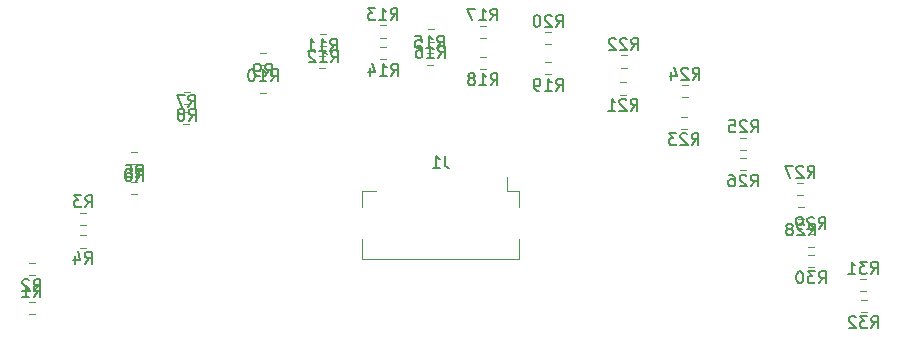
<source format=gbr>
%TF.GenerationSoftware,KiCad,Pcbnew,7.0.10*%
%TF.CreationDate,2024-03-21T08:15:52-03:00*%
%TF.ProjectId,linefollower,6c696e65-666f-46c6-9c6f-7765722e6b69,rev?*%
%TF.SameCoordinates,Original*%
%TF.FileFunction,Legend,Bot*%
%TF.FilePolarity,Positive*%
%FSLAX46Y46*%
G04 Gerber Fmt 4.6, Leading zero omitted, Abs format (unit mm)*
G04 Created by KiCad (PCBNEW 7.0.10) date 2024-03-21 08:15:52*
%MOMM*%
%LPD*%
G01*
G04 APERTURE LIST*
%ADD10C,0.150000*%
%ADD11C,0.120000*%
G04 APERTURE END LIST*
D10*
X150333333Y-107754819D02*
X150333333Y-108469104D01*
X150333333Y-108469104D02*
X150380952Y-108611961D01*
X150380952Y-108611961D02*
X150476190Y-108707200D01*
X150476190Y-108707200D02*
X150619047Y-108754819D01*
X150619047Y-108754819D02*
X150714285Y-108754819D01*
X149333333Y-108754819D02*
X149904761Y-108754819D01*
X149619047Y-108754819D02*
X149619047Y-107754819D01*
X149619047Y-107754819D02*
X149714285Y-107897676D01*
X149714285Y-107897676D02*
X149809523Y-107992914D01*
X149809523Y-107992914D02*
X149904761Y-108040533D01*
X124217624Y-109834819D02*
X124550957Y-109358628D01*
X124789052Y-109834819D02*
X124789052Y-108834819D01*
X124789052Y-108834819D02*
X124408100Y-108834819D01*
X124408100Y-108834819D02*
X124312862Y-108882438D01*
X124312862Y-108882438D02*
X124265243Y-108930057D01*
X124265243Y-108930057D02*
X124217624Y-109025295D01*
X124217624Y-109025295D02*
X124217624Y-109168152D01*
X124217624Y-109168152D02*
X124265243Y-109263390D01*
X124265243Y-109263390D02*
X124312862Y-109311009D01*
X124312862Y-109311009D02*
X124408100Y-109358628D01*
X124408100Y-109358628D02*
X124789052Y-109358628D01*
X123360481Y-108834819D02*
X123550957Y-108834819D01*
X123550957Y-108834819D02*
X123646195Y-108882438D01*
X123646195Y-108882438D02*
X123693814Y-108930057D01*
X123693814Y-108930057D02*
X123789052Y-109072914D01*
X123789052Y-109072914D02*
X123836671Y-109263390D01*
X123836671Y-109263390D02*
X123836671Y-109644342D01*
X123836671Y-109644342D02*
X123789052Y-109739580D01*
X123789052Y-109739580D02*
X123741433Y-109787200D01*
X123741433Y-109787200D02*
X123646195Y-109834819D01*
X123646195Y-109834819D02*
X123455719Y-109834819D01*
X123455719Y-109834819D02*
X123360481Y-109787200D01*
X123360481Y-109787200D02*
X123312862Y-109739580D01*
X123312862Y-109739580D02*
X123265243Y-109644342D01*
X123265243Y-109644342D02*
X123265243Y-109406247D01*
X123265243Y-109406247D02*
X123312862Y-109311009D01*
X123312862Y-109311009D02*
X123360481Y-109263390D01*
X123360481Y-109263390D02*
X123455719Y-109215771D01*
X123455719Y-109215771D02*
X123646195Y-109215771D01*
X123646195Y-109215771D02*
X123741433Y-109263390D01*
X123741433Y-109263390D02*
X123789052Y-109311009D01*
X123789052Y-109311009D02*
X123836671Y-109406247D01*
X115515317Y-119199062D02*
X115848650Y-118722871D01*
X116086745Y-119199062D02*
X116086745Y-118199062D01*
X116086745Y-118199062D02*
X115705793Y-118199062D01*
X115705793Y-118199062D02*
X115610555Y-118246681D01*
X115610555Y-118246681D02*
X115562936Y-118294300D01*
X115562936Y-118294300D02*
X115515317Y-118389538D01*
X115515317Y-118389538D02*
X115515317Y-118532395D01*
X115515317Y-118532395D02*
X115562936Y-118627633D01*
X115562936Y-118627633D02*
X115610555Y-118675252D01*
X115610555Y-118675252D02*
X115705793Y-118722871D01*
X115705793Y-118722871D02*
X116086745Y-118722871D01*
X115134364Y-118294300D02*
X115086745Y-118246681D01*
X115086745Y-118246681D02*
X114991507Y-118199062D01*
X114991507Y-118199062D02*
X114753412Y-118199062D01*
X114753412Y-118199062D02*
X114658174Y-118246681D01*
X114658174Y-118246681D02*
X114610555Y-118294300D01*
X114610555Y-118294300D02*
X114562936Y-118389538D01*
X114562936Y-118389538D02*
X114562936Y-118484776D01*
X114562936Y-118484776D02*
X114610555Y-118627633D01*
X114610555Y-118627633D02*
X115181983Y-119199062D01*
X115181983Y-119199062D02*
X114562936Y-119199062D01*
X135121663Y-100948827D02*
X135454996Y-100472636D01*
X135693091Y-100948827D02*
X135693091Y-99948827D01*
X135693091Y-99948827D02*
X135312139Y-99948827D01*
X135312139Y-99948827D02*
X135216901Y-99996446D01*
X135216901Y-99996446D02*
X135169282Y-100044065D01*
X135169282Y-100044065D02*
X135121663Y-100139303D01*
X135121663Y-100139303D02*
X135121663Y-100282160D01*
X135121663Y-100282160D02*
X135169282Y-100377398D01*
X135169282Y-100377398D02*
X135216901Y-100425017D01*
X135216901Y-100425017D02*
X135312139Y-100472636D01*
X135312139Y-100472636D02*
X135693091Y-100472636D01*
X134645472Y-100948827D02*
X134454996Y-100948827D01*
X134454996Y-100948827D02*
X134359758Y-100901208D01*
X134359758Y-100901208D02*
X134312139Y-100853588D01*
X134312139Y-100853588D02*
X134216901Y-100710731D01*
X134216901Y-100710731D02*
X134169282Y-100520255D01*
X134169282Y-100520255D02*
X134169282Y-100139303D01*
X134169282Y-100139303D02*
X134216901Y-100044065D01*
X134216901Y-100044065D02*
X134264520Y-99996446D01*
X134264520Y-99996446D02*
X134359758Y-99948827D01*
X134359758Y-99948827D02*
X134550234Y-99948827D01*
X134550234Y-99948827D02*
X134645472Y-99996446D01*
X134645472Y-99996446D02*
X134693091Y-100044065D01*
X134693091Y-100044065D02*
X134740710Y-100139303D01*
X134740710Y-100139303D02*
X134740710Y-100377398D01*
X134740710Y-100377398D02*
X134693091Y-100472636D01*
X134693091Y-100472636D02*
X134645472Y-100520255D01*
X134645472Y-100520255D02*
X134550234Y-100567874D01*
X134550234Y-100567874D02*
X134359758Y-100567874D01*
X134359758Y-100567874D02*
X134264520Y-100520255D01*
X134264520Y-100520255D02*
X134216901Y-100472636D01*
X134216901Y-100472636D02*
X134169282Y-100377398D01*
X181984770Y-113938700D02*
X182318103Y-113462509D01*
X182556198Y-113938700D02*
X182556198Y-112938700D01*
X182556198Y-112938700D02*
X182175246Y-112938700D01*
X182175246Y-112938700D02*
X182080008Y-112986319D01*
X182080008Y-112986319D02*
X182032389Y-113033938D01*
X182032389Y-113033938D02*
X181984770Y-113129176D01*
X181984770Y-113129176D02*
X181984770Y-113272033D01*
X181984770Y-113272033D02*
X182032389Y-113367271D01*
X182032389Y-113367271D02*
X182080008Y-113414890D01*
X182080008Y-113414890D02*
X182175246Y-113462509D01*
X182175246Y-113462509D02*
X182556198Y-113462509D01*
X181603817Y-113033938D02*
X181556198Y-112986319D01*
X181556198Y-112986319D02*
X181460960Y-112938700D01*
X181460960Y-112938700D02*
X181222865Y-112938700D01*
X181222865Y-112938700D02*
X181127627Y-112986319D01*
X181127627Y-112986319D02*
X181080008Y-113033938D01*
X181080008Y-113033938D02*
X181032389Y-113129176D01*
X181032389Y-113129176D02*
X181032389Y-113224414D01*
X181032389Y-113224414D02*
X181080008Y-113367271D01*
X181080008Y-113367271D02*
X181651436Y-113938700D01*
X181651436Y-113938700D02*
X181032389Y-113938700D01*
X180556198Y-113938700D02*
X180365722Y-113938700D01*
X180365722Y-113938700D02*
X180270484Y-113891081D01*
X180270484Y-113891081D02*
X180222865Y-113843461D01*
X180222865Y-113843461D02*
X180127627Y-113700604D01*
X180127627Y-113700604D02*
X180080008Y-113510128D01*
X180080008Y-113510128D02*
X180080008Y-113129176D01*
X180080008Y-113129176D02*
X180127627Y-113033938D01*
X180127627Y-113033938D02*
X180175246Y-112986319D01*
X180175246Y-112986319D02*
X180270484Y-112938700D01*
X180270484Y-112938700D02*
X180460960Y-112938700D01*
X180460960Y-112938700D02*
X180556198Y-112986319D01*
X180556198Y-112986319D02*
X180603817Y-113033938D01*
X180603817Y-113033938D02*
X180651436Y-113129176D01*
X180651436Y-113129176D02*
X180651436Y-113367271D01*
X180651436Y-113367271D02*
X180603817Y-113462509D01*
X180603817Y-113462509D02*
X180556198Y-113510128D01*
X180556198Y-113510128D02*
X180460960Y-113557747D01*
X180460960Y-113557747D02*
X180270484Y-113557747D01*
X180270484Y-113557747D02*
X180175246Y-113510128D01*
X180175246Y-113510128D02*
X180127627Y-113462509D01*
X180127627Y-113462509D02*
X180080008Y-113367271D01*
X119853469Y-116869316D02*
X120186802Y-116393125D01*
X120424897Y-116869316D02*
X120424897Y-115869316D01*
X120424897Y-115869316D02*
X120043945Y-115869316D01*
X120043945Y-115869316D02*
X119948707Y-115916935D01*
X119948707Y-115916935D02*
X119901088Y-115964554D01*
X119901088Y-115964554D02*
X119853469Y-116059792D01*
X119853469Y-116059792D02*
X119853469Y-116202649D01*
X119853469Y-116202649D02*
X119901088Y-116297887D01*
X119901088Y-116297887D02*
X119948707Y-116345506D01*
X119948707Y-116345506D02*
X120043945Y-116393125D01*
X120043945Y-116393125D02*
X120424897Y-116393125D01*
X118996326Y-116202649D02*
X118996326Y-116869316D01*
X119234421Y-115821697D02*
X119472516Y-116535982D01*
X119472516Y-116535982D02*
X118853469Y-116535982D01*
X145750255Y-96244454D02*
X146083588Y-95768263D01*
X146321683Y-96244454D02*
X146321683Y-95244454D01*
X146321683Y-95244454D02*
X145940731Y-95244454D01*
X145940731Y-95244454D02*
X145845493Y-95292073D01*
X145845493Y-95292073D02*
X145797874Y-95339692D01*
X145797874Y-95339692D02*
X145750255Y-95434930D01*
X145750255Y-95434930D02*
X145750255Y-95577787D01*
X145750255Y-95577787D02*
X145797874Y-95673025D01*
X145797874Y-95673025D02*
X145845493Y-95720644D01*
X145845493Y-95720644D02*
X145940731Y-95768263D01*
X145940731Y-95768263D02*
X146321683Y-95768263D01*
X144797874Y-96244454D02*
X145369302Y-96244454D01*
X145083588Y-96244454D02*
X145083588Y-95244454D01*
X145083588Y-95244454D02*
X145178826Y-95387311D01*
X145178826Y-95387311D02*
X145274064Y-95482549D01*
X145274064Y-95482549D02*
X145369302Y-95530168D01*
X144464540Y-95244454D02*
X143845493Y-95244454D01*
X143845493Y-95244454D02*
X144178826Y-95625406D01*
X144178826Y-95625406D02*
X144035969Y-95625406D01*
X144035969Y-95625406D02*
X143940731Y-95673025D01*
X143940731Y-95673025D02*
X143893112Y-95720644D01*
X143893112Y-95720644D02*
X143845493Y-95815882D01*
X143845493Y-95815882D02*
X143845493Y-96053977D01*
X143845493Y-96053977D02*
X143893112Y-96149215D01*
X143893112Y-96149215D02*
X143940731Y-96196835D01*
X143940731Y-96196835D02*
X144035969Y-96244454D01*
X144035969Y-96244454D02*
X144321683Y-96244454D01*
X144321683Y-96244454D02*
X144416921Y-96196835D01*
X144416921Y-96196835D02*
X144464540Y-96149215D01*
X176242988Y-110325350D02*
X176576321Y-109849159D01*
X176814416Y-110325350D02*
X176814416Y-109325350D01*
X176814416Y-109325350D02*
X176433464Y-109325350D01*
X176433464Y-109325350D02*
X176338226Y-109372969D01*
X176338226Y-109372969D02*
X176290607Y-109420588D01*
X176290607Y-109420588D02*
X176242988Y-109515826D01*
X176242988Y-109515826D02*
X176242988Y-109658683D01*
X176242988Y-109658683D02*
X176290607Y-109753921D01*
X176290607Y-109753921D02*
X176338226Y-109801540D01*
X176338226Y-109801540D02*
X176433464Y-109849159D01*
X176433464Y-109849159D02*
X176814416Y-109849159D01*
X175862035Y-109420588D02*
X175814416Y-109372969D01*
X175814416Y-109372969D02*
X175719178Y-109325350D01*
X175719178Y-109325350D02*
X175481083Y-109325350D01*
X175481083Y-109325350D02*
X175385845Y-109372969D01*
X175385845Y-109372969D02*
X175338226Y-109420588D01*
X175338226Y-109420588D02*
X175290607Y-109515826D01*
X175290607Y-109515826D02*
X175290607Y-109611064D01*
X175290607Y-109611064D02*
X175338226Y-109753921D01*
X175338226Y-109753921D02*
X175909654Y-110325350D01*
X175909654Y-110325350D02*
X175290607Y-110325350D01*
X174433464Y-109325350D02*
X174623940Y-109325350D01*
X174623940Y-109325350D02*
X174719178Y-109372969D01*
X174719178Y-109372969D02*
X174766797Y-109420588D01*
X174766797Y-109420588D02*
X174862035Y-109563445D01*
X174862035Y-109563445D02*
X174909654Y-109753921D01*
X174909654Y-109753921D02*
X174909654Y-110134873D01*
X174909654Y-110134873D02*
X174862035Y-110230111D01*
X174862035Y-110230111D02*
X174814416Y-110277731D01*
X174814416Y-110277731D02*
X174719178Y-110325350D01*
X174719178Y-110325350D02*
X174528702Y-110325350D01*
X174528702Y-110325350D02*
X174433464Y-110277731D01*
X174433464Y-110277731D02*
X174385845Y-110230111D01*
X174385845Y-110230111D02*
X174338226Y-110134873D01*
X174338226Y-110134873D02*
X174338226Y-109896778D01*
X174338226Y-109896778D02*
X174385845Y-109801540D01*
X174385845Y-109801540D02*
X174433464Y-109753921D01*
X174433464Y-109753921D02*
X174528702Y-109706302D01*
X174528702Y-109706302D02*
X174719178Y-109706302D01*
X174719178Y-109706302D02*
X174814416Y-109753921D01*
X174814416Y-109753921D02*
X174862035Y-109801540D01*
X174862035Y-109801540D02*
X174909654Y-109896778D01*
X182008134Y-118527459D02*
X182341467Y-118051268D01*
X182579562Y-118527459D02*
X182579562Y-117527459D01*
X182579562Y-117527459D02*
X182198610Y-117527459D01*
X182198610Y-117527459D02*
X182103372Y-117575078D01*
X182103372Y-117575078D02*
X182055753Y-117622697D01*
X182055753Y-117622697D02*
X182008134Y-117717935D01*
X182008134Y-117717935D02*
X182008134Y-117860792D01*
X182008134Y-117860792D02*
X182055753Y-117956030D01*
X182055753Y-117956030D02*
X182103372Y-118003649D01*
X182103372Y-118003649D02*
X182198610Y-118051268D01*
X182198610Y-118051268D02*
X182579562Y-118051268D01*
X181674800Y-117527459D02*
X181055753Y-117527459D01*
X181055753Y-117527459D02*
X181389086Y-117908411D01*
X181389086Y-117908411D02*
X181246229Y-117908411D01*
X181246229Y-117908411D02*
X181150991Y-117956030D01*
X181150991Y-117956030D02*
X181103372Y-118003649D01*
X181103372Y-118003649D02*
X181055753Y-118098887D01*
X181055753Y-118098887D02*
X181055753Y-118336982D01*
X181055753Y-118336982D02*
X181103372Y-118432220D01*
X181103372Y-118432220D02*
X181150991Y-118479840D01*
X181150991Y-118479840D02*
X181246229Y-118527459D01*
X181246229Y-118527459D02*
X181531943Y-118527459D01*
X181531943Y-118527459D02*
X181627181Y-118479840D01*
X181627181Y-118479840D02*
X181674800Y-118432220D01*
X180436705Y-117527459D02*
X180341467Y-117527459D01*
X180341467Y-117527459D02*
X180246229Y-117575078D01*
X180246229Y-117575078D02*
X180198610Y-117622697D01*
X180198610Y-117622697D02*
X180150991Y-117717935D01*
X180150991Y-117717935D02*
X180103372Y-117908411D01*
X180103372Y-117908411D02*
X180103372Y-118146506D01*
X180103372Y-118146506D02*
X180150991Y-118336982D01*
X180150991Y-118336982D02*
X180198610Y-118432220D01*
X180198610Y-118432220D02*
X180246229Y-118479840D01*
X180246229Y-118479840D02*
X180341467Y-118527459D01*
X180341467Y-118527459D02*
X180436705Y-118527459D01*
X180436705Y-118527459D02*
X180531943Y-118479840D01*
X180531943Y-118479840D02*
X180579562Y-118432220D01*
X180579562Y-118432220D02*
X180627181Y-118336982D01*
X180627181Y-118336982D02*
X180674800Y-118146506D01*
X180674800Y-118146506D02*
X180674800Y-117908411D01*
X180674800Y-117908411D02*
X180627181Y-117717935D01*
X180627181Y-117717935D02*
X180579562Y-117622697D01*
X180579562Y-117622697D02*
X180531943Y-117575078D01*
X180531943Y-117575078D02*
X180436705Y-117527459D01*
X154192362Y-96270306D02*
X154525695Y-95794115D01*
X154763790Y-96270306D02*
X154763790Y-95270306D01*
X154763790Y-95270306D02*
X154382838Y-95270306D01*
X154382838Y-95270306D02*
X154287600Y-95317925D01*
X154287600Y-95317925D02*
X154239981Y-95365544D01*
X154239981Y-95365544D02*
X154192362Y-95460782D01*
X154192362Y-95460782D02*
X154192362Y-95603639D01*
X154192362Y-95603639D02*
X154239981Y-95698877D01*
X154239981Y-95698877D02*
X154287600Y-95746496D01*
X154287600Y-95746496D02*
X154382838Y-95794115D01*
X154382838Y-95794115D02*
X154763790Y-95794115D01*
X153239981Y-96270306D02*
X153811409Y-96270306D01*
X153525695Y-96270306D02*
X153525695Y-95270306D01*
X153525695Y-95270306D02*
X153620933Y-95413163D01*
X153620933Y-95413163D02*
X153716171Y-95508401D01*
X153716171Y-95508401D02*
X153811409Y-95556020D01*
X152906647Y-95270306D02*
X152239981Y-95270306D01*
X152239981Y-95270306D02*
X152668552Y-96270306D01*
X115515317Y-119674819D02*
X115848650Y-119198628D01*
X116086745Y-119674819D02*
X116086745Y-118674819D01*
X116086745Y-118674819D02*
X115705793Y-118674819D01*
X115705793Y-118674819D02*
X115610555Y-118722438D01*
X115610555Y-118722438D02*
X115562936Y-118770057D01*
X115562936Y-118770057D02*
X115515317Y-118865295D01*
X115515317Y-118865295D02*
X115515317Y-119008152D01*
X115515317Y-119008152D02*
X115562936Y-119103390D01*
X115562936Y-119103390D02*
X115610555Y-119151009D01*
X115610555Y-119151009D02*
X115705793Y-119198628D01*
X115705793Y-119198628D02*
X116086745Y-119198628D01*
X114562936Y-119674819D02*
X115134364Y-119674819D01*
X114848650Y-119674819D02*
X114848650Y-118674819D01*
X114848650Y-118674819D02*
X114943888Y-118817676D01*
X114943888Y-118817676D02*
X115039126Y-118912914D01*
X115039126Y-118912914D02*
X115134364Y-118960533D01*
X145780357Y-100944819D02*
X146113690Y-100468628D01*
X146351785Y-100944819D02*
X146351785Y-99944819D01*
X146351785Y-99944819D02*
X145970833Y-99944819D01*
X145970833Y-99944819D02*
X145875595Y-99992438D01*
X145875595Y-99992438D02*
X145827976Y-100040057D01*
X145827976Y-100040057D02*
X145780357Y-100135295D01*
X145780357Y-100135295D02*
X145780357Y-100278152D01*
X145780357Y-100278152D02*
X145827976Y-100373390D01*
X145827976Y-100373390D02*
X145875595Y-100421009D01*
X145875595Y-100421009D02*
X145970833Y-100468628D01*
X145970833Y-100468628D02*
X146351785Y-100468628D01*
X144827976Y-100944819D02*
X145399404Y-100944819D01*
X145113690Y-100944819D02*
X145113690Y-99944819D01*
X145113690Y-99944819D02*
X145208928Y-100087676D01*
X145208928Y-100087676D02*
X145304166Y-100182914D01*
X145304166Y-100182914D02*
X145399404Y-100230533D01*
X143970833Y-100278152D02*
X143970833Y-100944819D01*
X144208928Y-99897200D02*
X144447023Y-100611485D01*
X144447023Y-100611485D02*
X143827976Y-100611485D01*
X171226531Y-106829743D02*
X171559864Y-106353552D01*
X171797959Y-106829743D02*
X171797959Y-105829743D01*
X171797959Y-105829743D02*
X171417007Y-105829743D01*
X171417007Y-105829743D02*
X171321769Y-105877362D01*
X171321769Y-105877362D02*
X171274150Y-105924981D01*
X171274150Y-105924981D02*
X171226531Y-106020219D01*
X171226531Y-106020219D02*
X171226531Y-106163076D01*
X171226531Y-106163076D02*
X171274150Y-106258314D01*
X171274150Y-106258314D02*
X171321769Y-106305933D01*
X171321769Y-106305933D02*
X171417007Y-106353552D01*
X171417007Y-106353552D02*
X171797959Y-106353552D01*
X170845578Y-105924981D02*
X170797959Y-105877362D01*
X170797959Y-105877362D02*
X170702721Y-105829743D01*
X170702721Y-105829743D02*
X170464626Y-105829743D01*
X170464626Y-105829743D02*
X170369388Y-105877362D01*
X170369388Y-105877362D02*
X170321769Y-105924981D01*
X170321769Y-105924981D02*
X170274150Y-106020219D01*
X170274150Y-106020219D02*
X170274150Y-106115457D01*
X170274150Y-106115457D02*
X170321769Y-106258314D01*
X170321769Y-106258314D02*
X170893197Y-106829743D01*
X170893197Y-106829743D02*
X170274150Y-106829743D01*
X169940816Y-105829743D02*
X169321769Y-105829743D01*
X169321769Y-105829743D02*
X169655102Y-106210695D01*
X169655102Y-106210695D02*
X169512245Y-106210695D01*
X169512245Y-106210695D02*
X169417007Y-106258314D01*
X169417007Y-106258314D02*
X169369388Y-106305933D01*
X169369388Y-106305933D02*
X169321769Y-106401171D01*
X169321769Y-106401171D02*
X169321769Y-106639266D01*
X169321769Y-106639266D02*
X169369388Y-106734504D01*
X169369388Y-106734504D02*
X169417007Y-106782124D01*
X169417007Y-106782124D02*
X169512245Y-106829743D01*
X169512245Y-106829743D02*
X169797959Y-106829743D01*
X169797959Y-106829743D02*
X169893197Y-106782124D01*
X169893197Y-106782124D02*
X169940816Y-106734504D01*
X186408591Y-117717353D02*
X186741924Y-117241162D01*
X186980019Y-117717353D02*
X186980019Y-116717353D01*
X186980019Y-116717353D02*
X186599067Y-116717353D01*
X186599067Y-116717353D02*
X186503829Y-116764972D01*
X186503829Y-116764972D02*
X186456210Y-116812591D01*
X186456210Y-116812591D02*
X186408591Y-116907829D01*
X186408591Y-116907829D02*
X186408591Y-117050686D01*
X186408591Y-117050686D02*
X186456210Y-117145924D01*
X186456210Y-117145924D02*
X186503829Y-117193543D01*
X186503829Y-117193543D02*
X186599067Y-117241162D01*
X186599067Y-117241162D02*
X186980019Y-117241162D01*
X186075257Y-116717353D02*
X185456210Y-116717353D01*
X185456210Y-116717353D02*
X185789543Y-117098305D01*
X185789543Y-117098305D02*
X185646686Y-117098305D01*
X185646686Y-117098305D02*
X185551448Y-117145924D01*
X185551448Y-117145924D02*
X185503829Y-117193543D01*
X185503829Y-117193543D02*
X185456210Y-117288781D01*
X185456210Y-117288781D02*
X185456210Y-117526876D01*
X185456210Y-117526876D02*
X185503829Y-117622114D01*
X185503829Y-117622114D02*
X185551448Y-117669734D01*
X185551448Y-117669734D02*
X185646686Y-117717353D01*
X185646686Y-117717353D02*
X185932400Y-117717353D01*
X185932400Y-117717353D02*
X186027638Y-117669734D01*
X186027638Y-117669734D02*
X186075257Y-117622114D01*
X184503829Y-117717353D02*
X185075257Y-117717353D01*
X184789543Y-117717353D02*
X184789543Y-116717353D01*
X184789543Y-116717353D02*
X184884781Y-116860210D01*
X184884781Y-116860210D02*
X184980019Y-116955448D01*
X184980019Y-116955448D02*
X185075257Y-117003067D01*
X166070512Y-103910454D02*
X166403845Y-103434263D01*
X166641940Y-103910454D02*
X166641940Y-102910454D01*
X166641940Y-102910454D02*
X166260988Y-102910454D01*
X166260988Y-102910454D02*
X166165750Y-102958073D01*
X166165750Y-102958073D02*
X166118131Y-103005692D01*
X166118131Y-103005692D02*
X166070512Y-103100930D01*
X166070512Y-103100930D02*
X166070512Y-103243787D01*
X166070512Y-103243787D02*
X166118131Y-103339025D01*
X166118131Y-103339025D02*
X166165750Y-103386644D01*
X166165750Y-103386644D02*
X166260988Y-103434263D01*
X166260988Y-103434263D02*
X166641940Y-103434263D01*
X165689559Y-103005692D02*
X165641940Y-102958073D01*
X165641940Y-102958073D02*
X165546702Y-102910454D01*
X165546702Y-102910454D02*
X165308607Y-102910454D01*
X165308607Y-102910454D02*
X165213369Y-102958073D01*
X165213369Y-102958073D02*
X165165750Y-103005692D01*
X165165750Y-103005692D02*
X165118131Y-103100930D01*
X165118131Y-103100930D02*
X165118131Y-103196168D01*
X165118131Y-103196168D02*
X165165750Y-103339025D01*
X165165750Y-103339025D02*
X165737178Y-103910454D01*
X165737178Y-103910454D02*
X165118131Y-103910454D01*
X164165750Y-103910454D02*
X164737178Y-103910454D01*
X164451464Y-103910454D02*
X164451464Y-102910454D01*
X164451464Y-102910454D02*
X164546702Y-103053311D01*
X164546702Y-103053311D02*
X164641940Y-103148549D01*
X164641940Y-103148549D02*
X164737178Y-103196168D01*
X186440478Y-122322056D02*
X186773811Y-121845865D01*
X187011906Y-122322056D02*
X187011906Y-121322056D01*
X187011906Y-121322056D02*
X186630954Y-121322056D01*
X186630954Y-121322056D02*
X186535716Y-121369675D01*
X186535716Y-121369675D02*
X186488097Y-121417294D01*
X186488097Y-121417294D02*
X186440478Y-121512532D01*
X186440478Y-121512532D02*
X186440478Y-121655389D01*
X186440478Y-121655389D02*
X186488097Y-121750627D01*
X186488097Y-121750627D02*
X186535716Y-121798246D01*
X186535716Y-121798246D02*
X186630954Y-121845865D01*
X186630954Y-121845865D02*
X187011906Y-121845865D01*
X186107144Y-121322056D02*
X185488097Y-121322056D01*
X185488097Y-121322056D02*
X185821430Y-121703008D01*
X185821430Y-121703008D02*
X185678573Y-121703008D01*
X185678573Y-121703008D02*
X185583335Y-121750627D01*
X185583335Y-121750627D02*
X185535716Y-121798246D01*
X185535716Y-121798246D02*
X185488097Y-121893484D01*
X185488097Y-121893484D02*
X185488097Y-122131579D01*
X185488097Y-122131579D02*
X185535716Y-122226817D01*
X185535716Y-122226817D02*
X185583335Y-122274437D01*
X185583335Y-122274437D02*
X185678573Y-122322056D01*
X185678573Y-122322056D02*
X185964287Y-122322056D01*
X185964287Y-122322056D02*
X186059525Y-122274437D01*
X186059525Y-122274437D02*
X186107144Y-122226817D01*
X185107144Y-121417294D02*
X185059525Y-121369675D01*
X185059525Y-121369675D02*
X184964287Y-121322056D01*
X184964287Y-121322056D02*
X184726192Y-121322056D01*
X184726192Y-121322056D02*
X184630954Y-121369675D01*
X184630954Y-121369675D02*
X184583335Y-121417294D01*
X184583335Y-121417294D02*
X184535716Y-121512532D01*
X184535716Y-121512532D02*
X184535716Y-121607770D01*
X184535716Y-121607770D02*
X184583335Y-121750627D01*
X184583335Y-121750627D02*
X185154763Y-122322056D01*
X185154763Y-122322056D02*
X184535716Y-122322056D01*
X159750356Y-96814819D02*
X160083689Y-96338628D01*
X160321784Y-96814819D02*
X160321784Y-95814819D01*
X160321784Y-95814819D02*
X159940832Y-95814819D01*
X159940832Y-95814819D02*
X159845594Y-95862438D01*
X159845594Y-95862438D02*
X159797975Y-95910057D01*
X159797975Y-95910057D02*
X159750356Y-96005295D01*
X159750356Y-96005295D02*
X159750356Y-96148152D01*
X159750356Y-96148152D02*
X159797975Y-96243390D01*
X159797975Y-96243390D02*
X159845594Y-96291009D01*
X159845594Y-96291009D02*
X159940832Y-96338628D01*
X159940832Y-96338628D02*
X160321784Y-96338628D01*
X159369403Y-95910057D02*
X159321784Y-95862438D01*
X159321784Y-95862438D02*
X159226546Y-95814819D01*
X159226546Y-95814819D02*
X158988451Y-95814819D01*
X158988451Y-95814819D02*
X158893213Y-95862438D01*
X158893213Y-95862438D02*
X158845594Y-95910057D01*
X158845594Y-95910057D02*
X158797975Y-96005295D01*
X158797975Y-96005295D02*
X158797975Y-96100533D01*
X158797975Y-96100533D02*
X158845594Y-96243390D01*
X158845594Y-96243390D02*
X159417022Y-96814819D01*
X159417022Y-96814819D02*
X158797975Y-96814819D01*
X158178927Y-95814819D02*
X158083689Y-95814819D01*
X158083689Y-95814819D02*
X157988451Y-95862438D01*
X157988451Y-95862438D02*
X157940832Y-95910057D01*
X157940832Y-95910057D02*
X157893213Y-96005295D01*
X157893213Y-96005295D02*
X157845594Y-96195771D01*
X157845594Y-96195771D02*
X157845594Y-96433866D01*
X157845594Y-96433866D02*
X157893213Y-96624342D01*
X157893213Y-96624342D02*
X157940832Y-96719580D01*
X157940832Y-96719580D02*
X157988451Y-96767200D01*
X157988451Y-96767200D02*
X158083689Y-96814819D01*
X158083689Y-96814819D02*
X158178927Y-96814819D01*
X158178927Y-96814819D02*
X158274165Y-96767200D01*
X158274165Y-96767200D02*
X158321784Y-96719580D01*
X158321784Y-96719580D02*
X158369403Y-96624342D01*
X158369403Y-96624342D02*
X158417022Y-96433866D01*
X158417022Y-96433866D02*
X158417022Y-96195771D01*
X158417022Y-96195771D02*
X158369403Y-96005295D01*
X158369403Y-96005295D02*
X158321784Y-95910057D01*
X158321784Y-95910057D02*
X158274165Y-95862438D01*
X158274165Y-95862438D02*
X158178927Y-95814819D01*
X181146280Y-114479416D02*
X181479613Y-114003225D01*
X181717708Y-114479416D02*
X181717708Y-113479416D01*
X181717708Y-113479416D02*
X181336756Y-113479416D01*
X181336756Y-113479416D02*
X181241518Y-113527035D01*
X181241518Y-113527035D02*
X181193899Y-113574654D01*
X181193899Y-113574654D02*
X181146280Y-113669892D01*
X181146280Y-113669892D02*
X181146280Y-113812749D01*
X181146280Y-113812749D02*
X181193899Y-113907987D01*
X181193899Y-113907987D02*
X181241518Y-113955606D01*
X181241518Y-113955606D02*
X181336756Y-114003225D01*
X181336756Y-114003225D02*
X181717708Y-114003225D01*
X180765327Y-113574654D02*
X180717708Y-113527035D01*
X180717708Y-113527035D02*
X180622470Y-113479416D01*
X180622470Y-113479416D02*
X180384375Y-113479416D01*
X180384375Y-113479416D02*
X180289137Y-113527035D01*
X180289137Y-113527035D02*
X180241518Y-113574654D01*
X180241518Y-113574654D02*
X180193899Y-113669892D01*
X180193899Y-113669892D02*
X180193899Y-113765130D01*
X180193899Y-113765130D02*
X180241518Y-113907987D01*
X180241518Y-113907987D02*
X180812946Y-114479416D01*
X180812946Y-114479416D02*
X180193899Y-114479416D01*
X179622470Y-113907987D02*
X179717708Y-113860368D01*
X179717708Y-113860368D02*
X179765327Y-113812749D01*
X179765327Y-113812749D02*
X179812946Y-113717511D01*
X179812946Y-113717511D02*
X179812946Y-113669892D01*
X179812946Y-113669892D02*
X179765327Y-113574654D01*
X179765327Y-113574654D02*
X179717708Y-113527035D01*
X179717708Y-113527035D02*
X179622470Y-113479416D01*
X179622470Y-113479416D02*
X179431994Y-113479416D01*
X179431994Y-113479416D02*
X179336756Y-113527035D01*
X179336756Y-113527035D02*
X179289137Y-113574654D01*
X179289137Y-113574654D02*
X179241518Y-113669892D01*
X179241518Y-113669892D02*
X179241518Y-113717511D01*
X179241518Y-113717511D02*
X179289137Y-113812749D01*
X179289137Y-113812749D02*
X179336756Y-113860368D01*
X179336756Y-113860368D02*
X179431994Y-113907987D01*
X179431994Y-113907987D02*
X179622470Y-113907987D01*
X179622470Y-113907987D02*
X179717708Y-113955606D01*
X179717708Y-113955606D02*
X179765327Y-114003225D01*
X179765327Y-114003225D02*
X179812946Y-114098463D01*
X179812946Y-114098463D02*
X179812946Y-114288939D01*
X179812946Y-114288939D02*
X179765327Y-114384177D01*
X179765327Y-114384177D02*
X179717708Y-114431797D01*
X179717708Y-114431797D02*
X179622470Y-114479416D01*
X179622470Y-114479416D02*
X179431994Y-114479416D01*
X179431994Y-114479416D02*
X179336756Y-114431797D01*
X179336756Y-114431797D02*
X179289137Y-114384177D01*
X179289137Y-114384177D02*
X179241518Y-114288939D01*
X179241518Y-114288939D02*
X179241518Y-114098463D01*
X179241518Y-114098463D02*
X179289137Y-114003225D01*
X179289137Y-114003225D02*
X179336756Y-113955606D01*
X179336756Y-113955606D02*
X179431994Y-113907987D01*
X119904166Y-112084819D02*
X120237499Y-111608628D01*
X120475594Y-112084819D02*
X120475594Y-111084819D01*
X120475594Y-111084819D02*
X120094642Y-111084819D01*
X120094642Y-111084819D02*
X119999404Y-111132438D01*
X119999404Y-111132438D02*
X119951785Y-111180057D01*
X119951785Y-111180057D02*
X119904166Y-111275295D01*
X119904166Y-111275295D02*
X119904166Y-111418152D01*
X119904166Y-111418152D02*
X119951785Y-111513390D01*
X119951785Y-111513390D02*
X119999404Y-111561009D01*
X119999404Y-111561009D02*
X120094642Y-111608628D01*
X120094642Y-111608628D02*
X120475594Y-111608628D01*
X119570832Y-111084819D02*
X118951785Y-111084819D01*
X118951785Y-111084819D02*
X119285118Y-111465771D01*
X119285118Y-111465771D02*
X119142261Y-111465771D01*
X119142261Y-111465771D02*
X119047023Y-111513390D01*
X119047023Y-111513390D02*
X118999404Y-111561009D01*
X118999404Y-111561009D02*
X118951785Y-111656247D01*
X118951785Y-111656247D02*
X118951785Y-111894342D01*
X118951785Y-111894342D02*
X118999404Y-111989580D01*
X118999404Y-111989580D02*
X119047023Y-112037200D01*
X119047023Y-112037200D02*
X119142261Y-112084819D01*
X119142261Y-112084819D02*
X119427975Y-112084819D01*
X119427975Y-112084819D02*
X119523213Y-112037200D01*
X119523213Y-112037200D02*
X119570832Y-111989580D01*
X135598977Y-101429468D02*
X135932310Y-100953277D01*
X136170405Y-101429468D02*
X136170405Y-100429468D01*
X136170405Y-100429468D02*
X135789453Y-100429468D01*
X135789453Y-100429468D02*
X135694215Y-100477087D01*
X135694215Y-100477087D02*
X135646596Y-100524706D01*
X135646596Y-100524706D02*
X135598977Y-100619944D01*
X135598977Y-100619944D02*
X135598977Y-100762801D01*
X135598977Y-100762801D02*
X135646596Y-100858039D01*
X135646596Y-100858039D02*
X135694215Y-100905658D01*
X135694215Y-100905658D02*
X135789453Y-100953277D01*
X135789453Y-100953277D02*
X136170405Y-100953277D01*
X134646596Y-101429468D02*
X135218024Y-101429468D01*
X134932310Y-101429468D02*
X134932310Y-100429468D01*
X134932310Y-100429468D02*
X135027548Y-100572325D01*
X135027548Y-100572325D02*
X135122786Y-100667563D01*
X135122786Y-100667563D02*
X135218024Y-100715182D01*
X134027548Y-100429468D02*
X133932310Y-100429468D01*
X133932310Y-100429468D02*
X133837072Y-100477087D01*
X133837072Y-100477087D02*
X133789453Y-100524706D01*
X133789453Y-100524706D02*
X133741834Y-100619944D01*
X133741834Y-100619944D02*
X133694215Y-100810420D01*
X133694215Y-100810420D02*
X133694215Y-101048515D01*
X133694215Y-101048515D02*
X133741834Y-101238991D01*
X133741834Y-101238991D02*
X133789453Y-101334229D01*
X133789453Y-101334229D02*
X133837072Y-101381849D01*
X133837072Y-101381849D02*
X133932310Y-101429468D01*
X133932310Y-101429468D02*
X134027548Y-101429468D01*
X134027548Y-101429468D02*
X134122786Y-101381849D01*
X134122786Y-101381849D02*
X134170405Y-101334229D01*
X134170405Y-101334229D02*
X134218024Y-101238991D01*
X134218024Y-101238991D02*
X134265643Y-101048515D01*
X134265643Y-101048515D02*
X134265643Y-100810420D01*
X134265643Y-100810420D02*
X134218024Y-100619944D01*
X134218024Y-100619944D02*
X134170405Y-100524706D01*
X134170405Y-100524706D02*
X134122786Y-100477087D01*
X134122786Y-100477087D02*
X134027548Y-100429468D01*
X181058876Y-109574166D02*
X181392209Y-109097975D01*
X181630304Y-109574166D02*
X181630304Y-108574166D01*
X181630304Y-108574166D02*
X181249352Y-108574166D01*
X181249352Y-108574166D02*
X181154114Y-108621785D01*
X181154114Y-108621785D02*
X181106495Y-108669404D01*
X181106495Y-108669404D02*
X181058876Y-108764642D01*
X181058876Y-108764642D02*
X181058876Y-108907499D01*
X181058876Y-108907499D02*
X181106495Y-109002737D01*
X181106495Y-109002737D02*
X181154114Y-109050356D01*
X181154114Y-109050356D02*
X181249352Y-109097975D01*
X181249352Y-109097975D02*
X181630304Y-109097975D01*
X180677923Y-108669404D02*
X180630304Y-108621785D01*
X180630304Y-108621785D02*
X180535066Y-108574166D01*
X180535066Y-108574166D02*
X180296971Y-108574166D01*
X180296971Y-108574166D02*
X180201733Y-108621785D01*
X180201733Y-108621785D02*
X180154114Y-108669404D01*
X180154114Y-108669404D02*
X180106495Y-108764642D01*
X180106495Y-108764642D02*
X180106495Y-108859880D01*
X180106495Y-108859880D02*
X180154114Y-109002737D01*
X180154114Y-109002737D02*
X180725542Y-109574166D01*
X180725542Y-109574166D02*
X180106495Y-109574166D01*
X179773161Y-108574166D02*
X179106495Y-108574166D01*
X179106495Y-108574166D02*
X179535066Y-109574166D01*
X176260357Y-105734819D02*
X176593690Y-105258628D01*
X176831785Y-105734819D02*
X176831785Y-104734819D01*
X176831785Y-104734819D02*
X176450833Y-104734819D01*
X176450833Y-104734819D02*
X176355595Y-104782438D01*
X176355595Y-104782438D02*
X176307976Y-104830057D01*
X176307976Y-104830057D02*
X176260357Y-104925295D01*
X176260357Y-104925295D02*
X176260357Y-105068152D01*
X176260357Y-105068152D02*
X176307976Y-105163390D01*
X176307976Y-105163390D02*
X176355595Y-105211009D01*
X176355595Y-105211009D02*
X176450833Y-105258628D01*
X176450833Y-105258628D02*
X176831785Y-105258628D01*
X175879404Y-104830057D02*
X175831785Y-104782438D01*
X175831785Y-104782438D02*
X175736547Y-104734819D01*
X175736547Y-104734819D02*
X175498452Y-104734819D01*
X175498452Y-104734819D02*
X175403214Y-104782438D01*
X175403214Y-104782438D02*
X175355595Y-104830057D01*
X175355595Y-104830057D02*
X175307976Y-104925295D01*
X175307976Y-104925295D02*
X175307976Y-105020533D01*
X175307976Y-105020533D02*
X175355595Y-105163390D01*
X175355595Y-105163390D02*
X175927023Y-105734819D01*
X175927023Y-105734819D02*
X175307976Y-105734819D01*
X174403214Y-104734819D02*
X174879404Y-104734819D01*
X174879404Y-104734819D02*
X174927023Y-105211009D01*
X174927023Y-105211009D02*
X174879404Y-105163390D01*
X174879404Y-105163390D02*
X174784166Y-105115771D01*
X174784166Y-105115771D02*
X174546071Y-105115771D01*
X174546071Y-105115771D02*
X174450833Y-105163390D01*
X174450833Y-105163390D02*
X174403214Y-105211009D01*
X174403214Y-105211009D02*
X174355595Y-105306247D01*
X174355595Y-105306247D02*
X174355595Y-105544342D01*
X174355595Y-105544342D02*
X174403214Y-105639580D01*
X174403214Y-105639580D02*
X174450833Y-105687200D01*
X174450833Y-105687200D02*
X174546071Y-105734819D01*
X174546071Y-105734819D02*
X174784166Y-105734819D01*
X174784166Y-105734819D02*
X174879404Y-105687200D01*
X174879404Y-105687200D02*
X174927023Y-105639580D01*
X128659877Y-104754819D02*
X128993210Y-104278628D01*
X129231305Y-104754819D02*
X129231305Y-103754819D01*
X129231305Y-103754819D02*
X128850353Y-103754819D01*
X128850353Y-103754819D02*
X128755115Y-103802438D01*
X128755115Y-103802438D02*
X128707496Y-103850057D01*
X128707496Y-103850057D02*
X128659877Y-103945295D01*
X128659877Y-103945295D02*
X128659877Y-104088152D01*
X128659877Y-104088152D02*
X128707496Y-104183390D01*
X128707496Y-104183390D02*
X128755115Y-104231009D01*
X128755115Y-104231009D02*
X128850353Y-104278628D01*
X128850353Y-104278628D02*
X129231305Y-104278628D01*
X128088448Y-104183390D02*
X128183686Y-104135771D01*
X128183686Y-104135771D02*
X128231305Y-104088152D01*
X128231305Y-104088152D02*
X128278924Y-103992914D01*
X128278924Y-103992914D02*
X128278924Y-103945295D01*
X128278924Y-103945295D02*
X128231305Y-103850057D01*
X128231305Y-103850057D02*
X128183686Y-103802438D01*
X128183686Y-103802438D02*
X128088448Y-103754819D01*
X128088448Y-103754819D02*
X127897972Y-103754819D01*
X127897972Y-103754819D02*
X127802734Y-103802438D01*
X127802734Y-103802438D02*
X127755115Y-103850057D01*
X127755115Y-103850057D02*
X127707496Y-103945295D01*
X127707496Y-103945295D02*
X127707496Y-103992914D01*
X127707496Y-103992914D02*
X127755115Y-104088152D01*
X127755115Y-104088152D02*
X127802734Y-104135771D01*
X127802734Y-104135771D02*
X127897972Y-104183390D01*
X127897972Y-104183390D02*
X128088448Y-104183390D01*
X128088448Y-104183390D02*
X128183686Y-104231009D01*
X128183686Y-104231009D02*
X128231305Y-104278628D01*
X128231305Y-104278628D02*
X128278924Y-104373866D01*
X128278924Y-104373866D02*
X128278924Y-104564342D01*
X128278924Y-104564342D02*
X128231305Y-104659580D01*
X128231305Y-104659580D02*
X128183686Y-104707200D01*
X128183686Y-104707200D02*
X128088448Y-104754819D01*
X128088448Y-104754819D02*
X127897972Y-104754819D01*
X127897972Y-104754819D02*
X127802734Y-104707200D01*
X127802734Y-104707200D02*
X127755115Y-104659580D01*
X127755115Y-104659580D02*
X127707496Y-104564342D01*
X127707496Y-104564342D02*
X127707496Y-104373866D01*
X127707496Y-104373866D02*
X127755115Y-104278628D01*
X127755115Y-104278628D02*
X127802734Y-104231009D01*
X127802734Y-104231009D02*
X127897972Y-104183390D01*
X128627990Y-103573860D02*
X128961323Y-103097669D01*
X129199418Y-103573860D02*
X129199418Y-102573860D01*
X129199418Y-102573860D02*
X128818466Y-102573860D01*
X128818466Y-102573860D02*
X128723228Y-102621479D01*
X128723228Y-102621479D02*
X128675609Y-102669098D01*
X128675609Y-102669098D02*
X128627990Y-102764336D01*
X128627990Y-102764336D02*
X128627990Y-102907193D01*
X128627990Y-102907193D02*
X128675609Y-103002431D01*
X128675609Y-103002431D02*
X128723228Y-103050050D01*
X128723228Y-103050050D02*
X128818466Y-103097669D01*
X128818466Y-103097669D02*
X129199418Y-103097669D01*
X128294656Y-102573860D02*
X127627990Y-102573860D01*
X127627990Y-102573860D02*
X128056561Y-103573860D01*
X159750357Y-102214819D02*
X160083690Y-101738628D01*
X160321785Y-102214819D02*
X160321785Y-101214819D01*
X160321785Y-101214819D02*
X159940833Y-101214819D01*
X159940833Y-101214819D02*
X159845595Y-101262438D01*
X159845595Y-101262438D02*
X159797976Y-101310057D01*
X159797976Y-101310057D02*
X159750357Y-101405295D01*
X159750357Y-101405295D02*
X159750357Y-101548152D01*
X159750357Y-101548152D02*
X159797976Y-101643390D01*
X159797976Y-101643390D02*
X159845595Y-101691009D01*
X159845595Y-101691009D02*
X159940833Y-101738628D01*
X159940833Y-101738628D02*
X160321785Y-101738628D01*
X158797976Y-102214819D02*
X159369404Y-102214819D01*
X159083690Y-102214819D02*
X159083690Y-101214819D01*
X159083690Y-101214819D02*
X159178928Y-101357676D01*
X159178928Y-101357676D02*
X159274166Y-101452914D01*
X159274166Y-101452914D02*
X159369404Y-101500533D01*
X158321785Y-102214819D02*
X158131309Y-102214819D01*
X158131309Y-102214819D02*
X158036071Y-102167200D01*
X158036071Y-102167200D02*
X157988452Y-102119580D01*
X157988452Y-102119580D02*
X157893214Y-101976723D01*
X157893214Y-101976723D02*
X157845595Y-101786247D01*
X157845595Y-101786247D02*
X157845595Y-101405295D01*
X157845595Y-101405295D02*
X157893214Y-101310057D01*
X157893214Y-101310057D02*
X157940833Y-101262438D01*
X157940833Y-101262438D02*
X158036071Y-101214819D01*
X158036071Y-101214819D02*
X158226547Y-101214819D01*
X158226547Y-101214819D02*
X158321785Y-101262438D01*
X158321785Y-101262438D02*
X158369404Y-101310057D01*
X158369404Y-101310057D02*
X158417023Y-101405295D01*
X158417023Y-101405295D02*
X158417023Y-101643390D01*
X158417023Y-101643390D02*
X158369404Y-101738628D01*
X158369404Y-101738628D02*
X158321785Y-101786247D01*
X158321785Y-101786247D02*
X158226547Y-101833866D01*
X158226547Y-101833866D02*
X158036071Y-101833866D01*
X158036071Y-101833866D02*
X157940833Y-101786247D01*
X157940833Y-101786247D02*
X157893214Y-101738628D01*
X157893214Y-101738628D02*
X157845595Y-101643390D01*
X140699112Y-99818312D02*
X141032445Y-99342121D01*
X141270540Y-99818312D02*
X141270540Y-98818312D01*
X141270540Y-98818312D02*
X140889588Y-98818312D01*
X140889588Y-98818312D02*
X140794350Y-98865931D01*
X140794350Y-98865931D02*
X140746731Y-98913550D01*
X140746731Y-98913550D02*
X140699112Y-99008788D01*
X140699112Y-99008788D02*
X140699112Y-99151645D01*
X140699112Y-99151645D02*
X140746731Y-99246883D01*
X140746731Y-99246883D02*
X140794350Y-99294502D01*
X140794350Y-99294502D02*
X140889588Y-99342121D01*
X140889588Y-99342121D02*
X141270540Y-99342121D01*
X139746731Y-99818312D02*
X140318159Y-99818312D01*
X140032445Y-99818312D02*
X140032445Y-98818312D01*
X140032445Y-98818312D02*
X140127683Y-98961169D01*
X140127683Y-98961169D02*
X140222921Y-99056407D01*
X140222921Y-99056407D02*
X140318159Y-99104026D01*
X139365778Y-98913550D02*
X139318159Y-98865931D01*
X139318159Y-98865931D02*
X139222921Y-98818312D01*
X139222921Y-98818312D02*
X138984826Y-98818312D01*
X138984826Y-98818312D02*
X138889588Y-98865931D01*
X138889588Y-98865931D02*
X138841969Y-98913550D01*
X138841969Y-98913550D02*
X138794350Y-99008788D01*
X138794350Y-99008788D02*
X138794350Y-99104026D01*
X138794350Y-99104026D02*
X138841969Y-99246883D01*
X138841969Y-99246883D02*
X139413397Y-99818312D01*
X139413397Y-99818312D02*
X138794350Y-99818312D01*
X166122954Y-98777953D02*
X166456287Y-98301762D01*
X166694382Y-98777953D02*
X166694382Y-97777953D01*
X166694382Y-97777953D02*
X166313430Y-97777953D01*
X166313430Y-97777953D02*
X166218192Y-97825572D01*
X166218192Y-97825572D02*
X166170573Y-97873191D01*
X166170573Y-97873191D02*
X166122954Y-97968429D01*
X166122954Y-97968429D02*
X166122954Y-98111286D01*
X166122954Y-98111286D02*
X166170573Y-98206524D01*
X166170573Y-98206524D02*
X166218192Y-98254143D01*
X166218192Y-98254143D02*
X166313430Y-98301762D01*
X166313430Y-98301762D02*
X166694382Y-98301762D01*
X165742001Y-97873191D02*
X165694382Y-97825572D01*
X165694382Y-97825572D02*
X165599144Y-97777953D01*
X165599144Y-97777953D02*
X165361049Y-97777953D01*
X165361049Y-97777953D02*
X165265811Y-97825572D01*
X165265811Y-97825572D02*
X165218192Y-97873191D01*
X165218192Y-97873191D02*
X165170573Y-97968429D01*
X165170573Y-97968429D02*
X165170573Y-98063667D01*
X165170573Y-98063667D02*
X165218192Y-98206524D01*
X165218192Y-98206524D02*
X165789620Y-98777953D01*
X165789620Y-98777953D02*
X165170573Y-98777953D01*
X164789620Y-97873191D02*
X164742001Y-97825572D01*
X164742001Y-97825572D02*
X164646763Y-97777953D01*
X164646763Y-97777953D02*
X164408668Y-97777953D01*
X164408668Y-97777953D02*
X164313430Y-97825572D01*
X164313430Y-97825572D02*
X164265811Y-97873191D01*
X164265811Y-97873191D02*
X164218192Y-97968429D01*
X164218192Y-97968429D02*
X164218192Y-98063667D01*
X164218192Y-98063667D02*
X164265811Y-98206524D01*
X164265811Y-98206524D02*
X164837239Y-98777953D01*
X164837239Y-98777953D02*
X164218192Y-98777953D01*
X149774209Y-99428749D02*
X150107542Y-98952558D01*
X150345637Y-99428749D02*
X150345637Y-98428749D01*
X150345637Y-98428749D02*
X149964685Y-98428749D01*
X149964685Y-98428749D02*
X149869447Y-98476368D01*
X149869447Y-98476368D02*
X149821828Y-98523987D01*
X149821828Y-98523987D02*
X149774209Y-98619225D01*
X149774209Y-98619225D02*
X149774209Y-98762082D01*
X149774209Y-98762082D02*
X149821828Y-98857320D01*
X149821828Y-98857320D02*
X149869447Y-98904939D01*
X149869447Y-98904939D02*
X149964685Y-98952558D01*
X149964685Y-98952558D02*
X150345637Y-98952558D01*
X148821828Y-99428749D02*
X149393256Y-99428749D01*
X149107542Y-99428749D02*
X149107542Y-98428749D01*
X149107542Y-98428749D02*
X149202780Y-98571606D01*
X149202780Y-98571606D02*
X149298018Y-98666844D01*
X149298018Y-98666844D02*
X149393256Y-98714463D01*
X147964685Y-98428749D02*
X148155161Y-98428749D01*
X148155161Y-98428749D02*
X148250399Y-98476368D01*
X148250399Y-98476368D02*
X148298018Y-98523987D01*
X148298018Y-98523987D02*
X148393256Y-98666844D01*
X148393256Y-98666844D02*
X148440875Y-98857320D01*
X148440875Y-98857320D02*
X148440875Y-99238272D01*
X148440875Y-99238272D02*
X148393256Y-99333510D01*
X148393256Y-99333510D02*
X148345637Y-99381130D01*
X148345637Y-99381130D02*
X148250399Y-99428749D01*
X148250399Y-99428749D02*
X148059923Y-99428749D01*
X148059923Y-99428749D02*
X147964685Y-99381130D01*
X147964685Y-99381130D02*
X147917066Y-99333510D01*
X147917066Y-99333510D02*
X147869447Y-99238272D01*
X147869447Y-99238272D02*
X147869447Y-99000177D01*
X147869447Y-99000177D02*
X147917066Y-98904939D01*
X147917066Y-98904939D02*
X147964685Y-98857320D01*
X147964685Y-98857320D02*
X148059923Y-98809701D01*
X148059923Y-98809701D02*
X148250399Y-98809701D01*
X148250399Y-98809701D02*
X148345637Y-98857320D01*
X148345637Y-98857320D02*
X148393256Y-98904939D01*
X148393256Y-98904939D02*
X148440875Y-99000177D01*
X140619394Y-98823723D02*
X140952727Y-98347532D01*
X141190822Y-98823723D02*
X141190822Y-97823723D01*
X141190822Y-97823723D02*
X140809870Y-97823723D01*
X140809870Y-97823723D02*
X140714632Y-97871342D01*
X140714632Y-97871342D02*
X140667013Y-97918961D01*
X140667013Y-97918961D02*
X140619394Y-98014199D01*
X140619394Y-98014199D02*
X140619394Y-98157056D01*
X140619394Y-98157056D02*
X140667013Y-98252294D01*
X140667013Y-98252294D02*
X140714632Y-98299913D01*
X140714632Y-98299913D02*
X140809870Y-98347532D01*
X140809870Y-98347532D02*
X141190822Y-98347532D01*
X139667013Y-98823723D02*
X140238441Y-98823723D01*
X139952727Y-98823723D02*
X139952727Y-97823723D01*
X139952727Y-97823723D02*
X140047965Y-97966580D01*
X140047965Y-97966580D02*
X140143203Y-98061818D01*
X140143203Y-98061818D02*
X140238441Y-98109437D01*
X138714632Y-98823723D02*
X139286060Y-98823723D01*
X139000346Y-98823723D02*
X139000346Y-97823723D01*
X139000346Y-97823723D02*
X139095584Y-97966580D01*
X139095584Y-97966580D02*
X139190822Y-98061818D01*
X139190822Y-98061818D02*
X139286060Y-98109437D01*
X149702431Y-98586519D02*
X150035764Y-98110328D01*
X150273859Y-98586519D02*
X150273859Y-97586519D01*
X150273859Y-97586519D02*
X149892907Y-97586519D01*
X149892907Y-97586519D02*
X149797669Y-97634138D01*
X149797669Y-97634138D02*
X149750050Y-97681757D01*
X149750050Y-97681757D02*
X149702431Y-97776995D01*
X149702431Y-97776995D02*
X149702431Y-97919852D01*
X149702431Y-97919852D02*
X149750050Y-98015090D01*
X149750050Y-98015090D02*
X149797669Y-98062709D01*
X149797669Y-98062709D02*
X149892907Y-98110328D01*
X149892907Y-98110328D02*
X150273859Y-98110328D01*
X148750050Y-98586519D02*
X149321478Y-98586519D01*
X149035764Y-98586519D02*
X149035764Y-97586519D01*
X149035764Y-97586519D02*
X149131002Y-97729376D01*
X149131002Y-97729376D02*
X149226240Y-97824614D01*
X149226240Y-97824614D02*
X149321478Y-97872233D01*
X147845288Y-97586519D02*
X148321478Y-97586519D01*
X148321478Y-97586519D02*
X148369097Y-98062709D01*
X148369097Y-98062709D02*
X148321478Y-98015090D01*
X148321478Y-98015090D02*
X148226240Y-97967471D01*
X148226240Y-97967471D02*
X147988145Y-97967471D01*
X147988145Y-97967471D02*
X147892907Y-98015090D01*
X147892907Y-98015090D02*
X147845288Y-98062709D01*
X147845288Y-98062709D02*
X147797669Y-98157947D01*
X147797669Y-98157947D02*
X147797669Y-98396042D01*
X147797669Y-98396042D02*
X147845288Y-98491280D01*
X147845288Y-98491280D02*
X147892907Y-98538900D01*
X147892907Y-98538900D02*
X147988145Y-98586519D01*
X147988145Y-98586519D02*
X148226240Y-98586519D01*
X148226240Y-98586519D02*
X148321478Y-98538900D01*
X148321478Y-98538900D02*
X148369097Y-98491280D01*
X154207972Y-101761127D02*
X154541305Y-101284936D01*
X154779400Y-101761127D02*
X154779400Y-100761127D01*
X154779400Y-100761127D02*
X154398448Y-100761127D01*
X154398448Y-100761127D02*
X154303210Y-100808746D01*
X154303210Y-100808746D02*
X154255591Y-100856365D01*
X154255591Y-100856365D02*
X154207972Y-100951603D01*
X154207972Y-100951603D02*
X154207972Y-101094460D01*
X154207972Y-101094460D02*
X154255591Y-101189698D01*
X154255591Y-101189698D02*
X154303210Y-101237317D01*
X154303210Y-101237317D02*
X154398448Y-101284936D01*
X154398448Y-101284936D02*
X154779400Y-101284936D01*
X153255591Y-101761127D02*
X153827019Y-101761127D01*
X153541305Y-101761127D02*
X153541305Y-100761127D01*
X153541305Y-100761127D02*
X153636543Y-100903984D01*
X153636543Y-100903984D02*
X153731781Y-100999222D01*
X153731781Y-100999222D02*
X153827019Y-101046841D01*
X152684162Y-101189698D02*
X152779400Y-101142079D01*
X152779400Y-101142079D02*
X152827019Y-101094460D01*
X152827019Y-101094460D02*
X152874638Y-100999222D01*
X152874638Y-100999222D02*
X152874638Y-100951603D01*
X152874638Y-100951603D02*
X152827019Y-100856365D01*
X152827019Y-100856365D02*
X152779400Y-100808746D01*
X152779400Y-100808746D02*
X152684162Y-100761127D01*
X152684162Y-100761127D02*
X152493686Y-100761127D01*
X152493686Y-100761127D02*
X152398448Y-100808746D01*
X152398448Y-100808746D02*
X152350829Y-100856365D01*
X152350829Y-100856365D02*
X152303210Y-100951603D01*
X152303210Y-100951603D02*
X152303210Y-100999222D01*
X152303210Y-100999222D02*
X152350829Y-101094460D01*
X152350829Y-101094460D02*
X152398448Y-101142079D01*
X152398448Y-101142079D02*
X152493686Y-101189698D01*
X152493686Y-101189698D02*
X152684162Y-101189698D01*
X152684162Y-101189698D02*
X152779400Y-101237317D01*
X152779400Y-101237317D02*
X152827019Y-101284936D01*
X152827019Y-101284936D02*
X152874638Y-101380174D01*
X152874638Y-101380174D02*
X152874638Y-101570650D01*
X152874638Y-101570650D02*
X152827019Y-101665888D01*
X152827019Y-101665888D02*
X152779400Y-101713508D01*
X152779400Y-101713508D02*
X152684162Y-101761127D01*
X152684162Y-101761127D02*
X152493686Y-101761127D01*
X152493686Y-101761127D02*
X152398448Y-101713508D01*
X152398448Y-101713508D02*
X152350829Y-101665888D01*
X152350829Y-101665888D02*
X152303210Y-101570650D01*
X152303210Y-101570650D02*
X152303210Y-101380174D01*
X152303210Y-101380174D02*
X152350829Y-101284936D01*
X152350829Y-101284936D02*
X152398448Y-101237317D01*
X152398448Y-101237317D02*
X152493686Y-101189698D01*
X171313935Y-101277704D02*
X171647268Y-100801513D01*
X171885363Y-101277704D02*
X171885363Y-100277704D01*
X171885363Y-100277704D02*
X171504411Y-100277704D01*
X171504411Y-100277704D02*
X171409173Y-100325323D01*
X171409173Y-100325323D02*
X171361554Y-100372942D01*
X171361554Y-100372942D02*
X171313935Y-100468180D01*
X171313935Y-100468180D02*
X171313935Y-100611037D01*
X171313935Y-100611037D02*
X171361554Y-100706275D01*
X171361554Y-100706275D02*
X171409173Y-100753894D01*
X171409173Y-100753894D02*
X171504411Y-100801513D01*
X171504411Y-100801513D02*
X171885363Y-100801513D01*
X170932982Y-100372942D02*
X170885363Y-100325323D01*
X170885363Y-100325323D02*
X170790125Y-100277704D01*
X170790125Y-100277704D02*
X170552030Y-100277704D01*
X170552030Y-100277704D02*
X170456792Y-100325323D01*
X170456792Y-100325323D02*
X170409173Y-100372942D01*
X170409173Y-100372942D02*
X170361554Y-100468180D01*
X170361554Y-100468180D02*
X170361554Y-100563418D01*
X170361554Y-100563418D02*
X170409173Y-100706275D01*
X170409173Y-100706275D02*
X170980601Y-101277704D01*
X170980601Y-101277704D02*
X170361554Y-101277704D01*
X169504411Y-100611037D02*
X169504411Y-101277704D01*
X169742506Y-100230085D02*
X169980601Y-100944370D01*
X169980601Y-100944370D02*
X169361554Y-100944370D01*
X124205391Y-109514819D02*
X124538724Y-109038628D01*
X124776819Y-109514819D02*
X124776819Y-108514819D01*
X124776819Y-108514819D02*
X124395867Y-108514819D01*
X124395867Y-108514819D02*
X124300629Y-108562438D01*
X124300629Y-108562438D02*
X124253010Y-108610057D01*
X124253010Y-108610057D02*
X124205391Y-108705295D01*
X124205391Y-108705295D02*
X124205391Y-108848152D01*
X124205391Y-108848152D02*
X124253010Y-108943390D01*
X124253010Y-108943390D02*
X124300629Y-108991009D01*
X124300629Y-108991009D02*
X124395867Y-109038628D01*
X124395867Y-109038628D02*
X124776819Y-109038628D01*
X123300629Y-108514819D02*
X123776819Y-108514819D01*
X123776819Y-108514819D02*
X123824438Y-108991009D01*
X123824438Y-108991009D02*
X123776819Y-108943390D01*
X123776819Y-108943390D02*
X123681581Y-108895771D01*
X123681581Y-108895771D02*
X123443486Y-108895771D01*
X123443486Y-108895771D02*
X123348248Y-108943390D01*
X123348248Y-108943390D02*
X123300629Y-108991009D01*
X123300629Y-108991009D02*
X123253010Y-109086247D01*
X123253010Y-109086247D02*
X123253010Y-109324342D01*
X123253010Y-109324342D02*
X123300629Y-109419580D01*
X123300629Y-109419580D02*
X123348248Y-109467200D01*
X123348248Y-109467200D02*
X123443486Y-109514819D01*
X123443486Y-109514819D02*
X123681581Y-109514819D01*
X123681581Y-109514819D02*
X123776819Y-109467200D01*
X123776819Y-109467200D02*
X123824438Y-109419580D01*
D11*
%TO.C,J1*%
X156650000Y-116500000D02*
X143350000Y-116500000D01*
X156650000Y-114760000D02*
X156650000Y-116500000D01*
X156650000Y-110700000D02*
X156650000Y-112040000D01*
X155600000Y-110700000D02*
X156650000Y-110700000D01*
X155600000Y-110700000D02*
X155600000Y-109500000D01*
X144500000Y-110700000D02*
X143350000Y-110700000D01*
X143350000Y-116500000D02*
X143350000Y-114760000D01*
X143350000Y-110700000D02*
X143350000Y-112040000D01*
%TO.C,R6*%
X123796234Y-107427500D02*
X124305682Y-107427500D01*
X123796234Y-108472500D02*
X124305682Y-108472500D01*
%TO.C,R2*%
X115093927Y-116791743D02*
X115603375Y-116791743D01*
X115093927Y-117836743D02*
X115603375Y-117836743D01*
%TO.C,R9*%
X135209721Y-102446508D02*
X134700273Y-102446508D01*
X135209721Y-101401508D02*
X134700273Y-101401508D01*
%TO.C,R29*%
X181596637Y-115436381D02*
X181087189Y-115436381D01*
X181596637Y-114391381D02*
X181087189Y-114391381D01*
%TO.C,R4*%
X119432079Y-114461997D02*
X119941527Y-114461997D01*
X119432079Y-115506997D02*
X119941527Y-115506997D01*
%TO.C,R13*%
X145362122Y-97742135D02*
X144852674Y-97742135D01*
X145362122Y-96697135D02*
X144852674Y-96697135D01*
%TO.C,R26*%
X175345407Y-107918031D02*
X175854855Y-107918031D01*
X175345407Y-108963031D02*
X175854855Y-108963031D01*
%TO.C,R30*%
X181110553Y-116120140D02*
X181620001Y-116120140D01*
X181110553Y-117165140D02*
X181620001Y-117165140D01*
%TO.C,R17*%
X153804229Y-97767987D02*
X153294781Y-97767987D01*
X153804229Y-96722987D02*
X153294781Y-96722987D01*
%TO.C,R1*%
X115603375Y-121172500D02*
X115093927Y-121172500D01*
X115603375Y-120127500D02*
X115093927Y-120127500D01*
%TO.C,R14*%
X144882776Y-98537500D02*
X145392224Y-98537500D01*
X144882776Y-99582500D02*
X145392224Y-99582500D01*
%TO.C,R23*%
X170328950Y-104422424D02*
X170838398Y-104422424D01*
X170328950Y-105467424D02*
X170838398Y-105467424D01*
%TO.C,R31*%
X186020458Y-119215034D02*
X185511010Y-119215034D01*
X186020458Y-118170034D02*
X185511010Y-118170034D01*
%TO.C,R21*%
X165172931Y-101503135D02*
X165682379Y-101503135D01*
X165172931Y-102548135D02*
X165682379Y-102548135D01*
%TO.C,R32*%
X185542897Y-119914737D02*
X186052345Y-119914737D01*
X185542897Y-120959737D02*
X186052345Y-120959737D01*
%TO.C,R20*%
X159362223Y-98312500D02*
X158852775Y-98312500D01*
X159362223Y-97267500D02*
X158852775Y-97267500D01*
%TO.C,R28*%
X180248699Y-112072097D02*
X180758147Y-112072097D01*
X180248699Y-113117097D02*
X180758147Y-113117097D01*
%TO.C,R3*%
X119992224Y-113582500D02*
X119482776Y-113582500D01*
X119992224Y-112537500D02*
X119482776Y-112537500D01*
%TO.C,R10*%
X134701396Y-99022149D02*
X135210844Y-99022149D01*
X134701396Y-100067149D02*
X135210844Y-100067149D01*
%TO.C,R27*%
X180670743Y-111071847D02*
X180161295Y-111071847D01*
X180670743Y-110026847D02*
X180161295Y-110026847D01*
%TO.C,R25*%
X175872224Y-107232500D02*
X175362776Y-107232500D01*
X175872224Y-106187500D02*
X175362776Y-106187500D01*
%TO.C,R8*%
X128238487Y-102347500D02*
X128747935Y-102347500D01*
X128238487Y-103392500D02*
X128747935Y-103392500D01*
%TO.C,R7*%
X128716048Y-105071541D02*
X128206600Y-105071541D01*
X128716048Y-104026541D02*
X128206600Y-104026541D01*
%TO.C,R19*%
X158852776Y-99807500D02*
X159362224Y-99807500D01*
X158852776Y-100852500D02*
X159362224Y-100852500D01*
%TO.C,R12*%
X139801531Y-97410993D02*
X140310979Y-97410993D01*
X139801531Y-98455993D02*
X140310979Y-98455993D01*
%TO.C,R22*%
X165734821Y-99230634D02*
X165225373Y-99230634D01*
X165734821Y-100275634D02*
X165225373Y-100275634D01*
%TO.C,R16*%
X148876628Y-97021430D02*
X149386076Y-97021430D01*
X148876628Y-98066430D02*
X149386076Y-98066430D01*
%TO.C,R11*%
X140231261Y-100321404D02*
X139721813Y-100321404D01*
X140231261Y-99276404D02*
X139721813Y-99276404D01*
%TO.C,R15*%
X149314298Y-100084200D02*
X148804850Y-100084200D01*
X149314298Y-99039200D02*
X148804850Y-99039200D01*
%TO.C,R18*%
X153310391Y-99353808D02*
X153819839Y-99353808D01*
X153310391Y-100398808D02*
X153819839Y-100398808D01*
%TO.C,R24*%
X170925802Y-102775385D02*
X170416354Y-102775385D01*
X170925802Y-101730385D02*
X170416354Y-101730385D01*
%TO.C,R5*%
X124293449Y-111012500D02*
X123784001Y-111012500D01*
X124293449Y-109967500D02*
X123784001Y-109967500D01*
%TD*%
M02*

</source>
